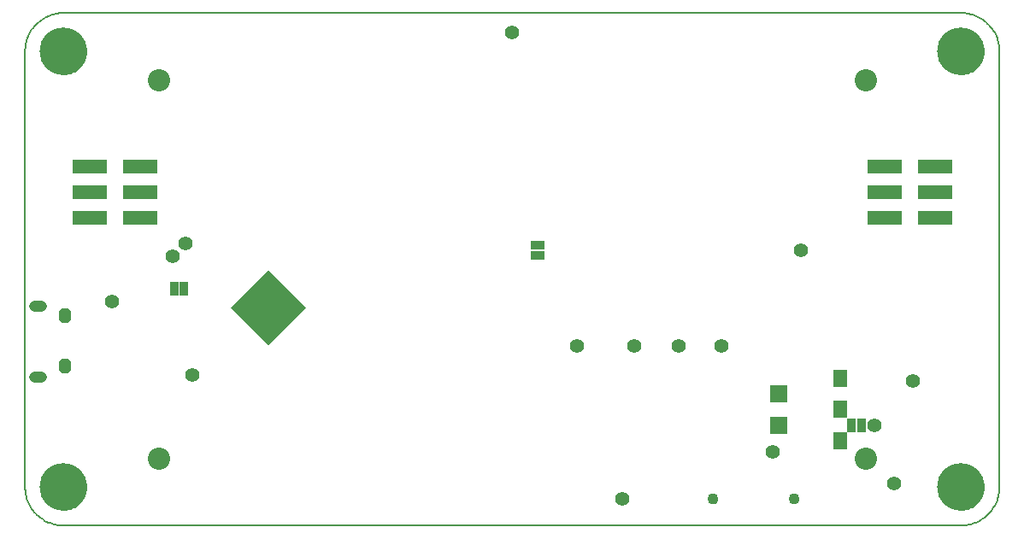
<source format=gbs>
G75*
%MOIN*%
%OFA0B0*%
%FSLAX24Y24*%
%IPPOS*%
%LPD*%
%AMOC8*
5,1,8,0,0,1.08239X$1,22.5*
%
%ADD10C,0.0050*%
%ADD11C,0.0000*%
%ADD12C,0.1852*%
%ADD13R,0.1340X0.0580*%
%ADD14C,0.0867*%
%ADD15C,0.0341*%
%ADD16C,0.0434*%
%ADD17C,0.0556*%
%ADD18R,0.0552X0.0671*%
%ADD19R,0.0671X0.0671*%
%ADD20R,0.0330X0.0580*%
%ADD21R,0.2080X0.2080*%
%ADD22C,0.0430*%
%ADD23R,0.0580X0.0330*%
D10*
X017760Y016393D02*
X052760Y016393D01*
X052836Y016395D01*
X052912Y016401D01*
X052987Y016410D01*
X053062Y016424D01*
X053136Y016441D01*
X053209Y016462D01*
X053281Y016486D01*
X053352Y016515D01*
X053421Y016546D01*
X053488Y016581D01*
X053553Y016620D01*
X053617Y016662D01*
X053678Y016707D01*
X053737Y016755D01*
X053793Y016806D01*
X053847Y016860D01*
X053898Y016916D01*
X053946Y016975D01*
X053991Y017036D01*
X054033Y017100D01*
X054072Y017165D01*
X054107Y017232D01*
X054138Y017301D01*
X054167Y017372D01*
X054191Y017444D01*
X054212Y017517D01*
X054229Y017591D01*
X054243Y017666D01*
X054252Y017741D01*
X054258Y017817D01*
X054260Y017893D01*
X054260Y034893D01*
X054258Y034969D01*
X054252Y035045D01*
X054243Y035120D01*
X054229Y035195D01*
X054212Y035269D01*
X054191Y035342D01*
X054167Y035414D01*
X054138Y035485D01*
X054107Y035554D01*
X054072Y035621D01*
X054033Y035686D01*
X053991Y035750D01*
X053946Y035811D01*
X053898Y035870D01*
X053847Y035926D01*
X053793Y035980D01*
X053737Y036031D01*
X053678Y036079D01*
X053617Y036124D01*
X053553Y036166D01*
X053488Y036205D01*
X053421Y036240D01*
X053352Y036271D01*
X053281Y036300D01*
X053209Y036324D01*
X053136Y036345D01*
X053062Y036362D01*
X052987Y036376D01*
X052912Y036385D01*
X052836Y036391D01*
X052760Y036393D01*
X017760Y036393D01*
X017684Y036391D01*
X017608Y036385D01*
X017533Y036376D01*
X017458Y036362D01*
X017384Y036345D01*
X017311Y036324D01*
X017239Y036300D01*
X017168Y036271D01*
X017099Y036240D01*
X017032Y036205D01*
X016967Y036166D01*
X016903Y036124D01*
X016842Y036079D01*
X016783Y036031D01*
X016727Y035980D01*
X016673Y035926D01*
X016622Y035870D01*
X016574Y035811D01*
X016529Y035750D01*
X016487Y035686D01*
X016448Y035621D01*
X016413Y035554D01*
X016382Y035485D01*
X016353Y035414D01*
X016329Y035342D01*
X016308Y035269D01*
X016291Y035195D01*
X016277Y035120D01*
X016268Y035045D01*
X016262Y034969D01*
X016260Y034893D01*
X016260Y017893D01*
X016262Y017817D01*
X016268Y017741D01*
X016277Y017666D01*
X016291Y017591D01*
X016308Y017517D01*
X016329Y017444D01*
X016353Y017372D01*
X016382Y017301D01*
X016413Y017232D01*
X016448Y017165D01*
X016487Y017100D01*
X016529Y017036D01*
X016574Y016975D01*
X016622Y016916D01*
X016673Y016860D01*
X016727Y016806D01*
X016783Y016755D01*
X016842Y016707D01*
X016903Y016662D01*
X016967Y016620D01*
X017032Y016581D01*
X017099Y016546D01*
X017168Y016515D01*
X017239Y016486D01*
X017311Y016462D01*
X017384Y016441D01*
X017458Y016424D01*
X017533Y016410D01*
X017608Y016401D01*
X017684Y016395D01*
X017760Y016393D01*
D11*
X016874Y017893D02*
X016876Y017952D01*
X016882Y018011D01*
X016892Y018069D01*
X016905Y018127D01*
X016923Y018184D01*
X016944Y018239D01*
X016969Y018293D01*
X016998Y018345D01*
X017030Y018394D01*
X017065Y018442D01*
X017103Y018487D01*
X017144Y018530D01*
X017188Y018570D01*
X017234Y018606D01*
X017283Y018640D01*
X017334Y018670D01*
X017387Y018697D01*
X017442Y018720D01*
X017497Y018739D01*
X017555Y018755D01*
X017613Y018767D01*
X017671Y018775D01*
X017730Y018779D01*
X017790Y018779D01*
X017849Y018775D01*
X017907Y018767D01*
X017965Y018755D01*
X018023Y018739D01*
X018078Y018720D01*
X018133Y018697D01*
X018186Y018670D01*
X018237Y018640D01*
X018286Y018606D01*
X018332Y018570D01*
X018376Y018530D01*
X018417Y018487D01*
X018455Y018442D01*
X018490Y018394D01*
X018522Y018345D01*
X018551Y018293D01*
X018576Y018239D01*
X018597Y018184D01*
X018615Y018127D01*
X018628Y018069D01*
X018638Y018011D01*
X018644Y017952D01*
X018646Y017893D01*
X018644Y017834D01*
X018638Y017775D01*
X018628Y017717D01*
X018615Y017659D01*
X018597Y017602D01*
X018576Y017547D01*
X018551Y017493D01*
X018522Y017441D01*
X018490Y017392D01*
X018455Y017344D01*
X018417Y017299D01*
X018376Y017256D01*
X018332Y017216D01*
X018286Y017180D01*
X018237Y017146D01*
X018186Y017116D01*
X018133Y017089D01*
X018078Y017066D01*
X018023Y017047D01*
X017965Y017031D01*
X017907Y017019D01*
X017849Y017011D01*
X017790Y017007D01*
X017730Y017007D01*
X017671Y017011D01*
X017613Y017019D01*
X017555Y017031D01*
X017497Y017047D01*
X017442Y017066D01*
X017387Y017089D01*
X017334Y017116D01*
X017283Y017146D01*
X017234Y017180D01*
X017188Y017216D01*
X017144Y017256D01*
X017103Y017299D01*
X017065Y017344D01*
X017030Y017392D01*
X016998Y017441D01*
X016969Y017493D01*
X016944Y017547D01*
X016923Y017602D01*
X016905Y017659D01*
X016892Y017717D01*
X016882Y017775D01*
X016876Y017834D01*
X016874Y017893D01*
X021086Y019011D02*
X021088Y019050D01*
X021094Y019089D01*
X021104Y019127D01*
X021117Y019164D01*
X021134Y019199D01*
X021154Y019233D01*
X021178Y019264D01*
X021205Y019293D01*
X021234Y019319D01*
X021266Y019342D01*
X021300Y019362D01*
X021336Y019378D01*
X021373Y019390D01*
X021412Y019399D01*
X021451Y019404D01*
X021490Y019405D01*
X021529Y019402D01*
X021568Y019395D01*
X021605Y019384D01*
X021642Y019370D01*
X021677Y019352D01*
X021710Y019331D01*
X021741Y019306D01*
X021769Y019279D01*
X021794Y019249D01*
X021816Y019216D01*
X021835Y019182D01*
X021850Y019146D01*
X021862Y019108D01*
X021870Y019070D01*
X021874Y019031D01*
X021874Y018991D01*
X021870Y018952D01*
X021862Y018914D01*
X021850Y018876D01*
X021835Y018840D01*
X021816Y018806D01*
X021794Y018773D01*
X021769Y018743D01*
X021741Y018716D01*
X021710Y018691D01*
X021677Y018670D01*
X021642Y018652D01*
X021605Y018638D01*
X021568Y018627D01*
X021529Y018620D01*
X021490Y018617D01*
X021451Y018618D01*
X021412Y018623D01*
X021373Y018632D01*
X021336Y018644D01*
X021300Y018660D01*
X021266Y018680D01*
X021234Y018703D01*
X021205Y018729D01*
X021178Y018758D01*
X021154Y018789D01*
X021134Y018823D01*
X021117Y018858D01*
X021104Y018895D01*
X021094Y018933D01*
X021088Y018972D01*
X021086Y019011D01*
X021086Y033775D02*
X021088Y033814D01*
X021094Y033853D01*
X021104Y033891D01*
X021117Y033928D01*
X021134Y033963D01*
X021154Y033997D01*
X021178Y034028D01*
X021205Y034057D01*
X021234Y034083D01*
X021266Y034106D01*
X021300Y034126D01*
X021336Y034142D01*
X021373Y034154D01*
X021412Y034163D01*
X021451Y034168D01*
X021490Y034169D01*
X021529Y034166D01*
X021568Y034159D01*
X021605Y034148D01*
X021642Y034134D01*
X021677Y034116D01*
X021710Y034095D01*
X021741Y034070D01*
X021769Y034043D01*
X021794Y034013D01*
X021816Y033980D01*
X021835Y033946D01*
X021850Y033910D01*
X021862Y033872D01*
X021870Y033834D01*
X021874Y033795D01*
X021874Y033755D01*
X021870Y033716D01*
X021862Y033678D01*
X021850Y033640D01*
X021835Y033604D01*
X021816Y033570D01*
X021794Y033537D01*
X021769Y033507D01*
X021741Y033480D01*
X021710Y033455D01*
X021677Y033434D01*
X021642Y033416D01*
X021605Y033402D01*
X021568Y033391D01*
X021529Y033384D01*
X021490Y033381D01*
X021451Y033382D01*
X021412Y033387D01*
X021373Y033396D01*
X021336Y033408D01*
X021300Y033424D01*
X021266Y033444D01*
X021234Y033467D01*
X021205Y033493D01*
X021178Y033522D01*
X021154Y033553D01*
X021134Y033587D01*
X021117Y033622D01*
X021104Y033659D01*
X021094Y033697D01*
X021088Y033736D01*
X021086Y033775D01*
X016874Y034893D02*
X016876Y034952D01*
X016882Y035011D01*
X016892Y035069D01*
X016905Y035127D01*
X016923Y035184D01*
X016944Y035239D01*
X016969Y035293D01*
X016998Y035345D01*
X017030Y035394D01*
X017065Y035442D01*
X017103Y035487D01*
X017144Y035530D01*
X017188Y035570D01*
X017234Y035606D01*
X017283Y035640D01*
X017334Y035670D01*
X017387Y035697D01*
X017442Y035720D01*
X017497Y035739D01*
X017555Y035755D01*
X017613Y035767D01*
X017671Y035775D01*
X017730Y035779D01*
X017790Y035779D01*
X017849Y035775D01*
X017907Y035767D01*
X017965Y035755D01*
X018023Y035739D01*
X018078Y035720D01*
X018133Y035697D01*
X018186Y035670D01*
X018237Y035640D01*
X018286Y035606D01*
X018332Y035570D01*
X018376Y035530D01*
X018417Y035487D01*
X018455Y035442D01*
X018490Y035394D01*
X018522Y035345D01*
X018551Y035293D01*
X018576Y035239D01*
X018597Y035184D01*
X018615Y035127D01*
X018628Y035069D01*
X018638Y035011D01*
X018644Y034952D01*
X018646Y034893D01*
X018644Y034834D01*
X018638Y034775D01*
X018628Y034717D01*
X018615Y034659D01*
X018597Y034602D01*
X018576Y034547D01*
X018551Y034493D01*
X018522Y034441D01*
X018490Y034392D01*
X018455Y034344D01*
X018417Y034299D01*
X018376Y034256D01*
X018332Y034216D01*
X018286Y034180D01*
X018237Y034146D01*
X018186Y034116D01*
X018133Y034089D01*
X018078Y034066D01*
X018023Y034047D01*
X017965Y034031D01*
X017907Y034019D01*
X017849Y034011D01*
X017790Y034007D01*
X017730Y034007D01*
X017671Y034011D01*
X017613Y034019D01*
X017555Y034031D01*
X017497Y034047D01*
X017442Y034066D01*
X017387Y034089D01*
X017334Y034116D01*
X017283Y034146D01*
X017234Y034180D01*
X017188Y034216D01*
X017144Y034256D01*
X017103Y034299D01*
X017065Y034344D01*
X017030Y034392D01*
X016998Y034441D01*
X016969Y034493D01*
X016944Y034547D01*
X016923Y034602D01*
X016905Y034659D01*
X016892Y034717D01*
X016882Y034775D01*
X016876Y034834D01*
X016874Y034893D01*
X042911Y017435D02*
X042913Y017461D01*
X042919Y017487D01*
X042928Y017511D01*
X042941Y017534D01*
X042958Y017554D01*
X042977Y017572D01*
X042999Y017587D01*
X043022Y017598D01*
X043047Y017606D01*
X043073Y017610D01*
X043099Y017610D01*
X043125Y017606D01*
X043150Y017598D01*
X043174Y017587D01*
X043195Y017572D01*
X043214Y017554D01*
X043231Y017534D01*
X043244Y017511D01*
X043253Y017487D01*
X043259Y017461D01*
X043261Y017435D01*
X043259Y017409D01*
X043253Y017383D01*
X043244Y017359D01*
X043231Y017336D01*
X043214Y017316D01*
X043195Y017298D01*
X043173Y017283D01*
X043150Y017272D01*
X043125Y017264D01*
X043099Y017260D01*
X043073Y017260D01*
X043047Y017264D01*
X043022Y017272D01*
X042998Y017283D01*
X042977Y017298D01*
X042958Y017316D01*
X042941Y017336D01*
X042928Y017359D01*
X042919Y017383D01*
X042913Y017409D01*
X042911Y017435D01*
X046060Y017435D02*
X046062Y017461D01*
X046068Y017487D01*
X046077Y017511D01*
X046090Y017534D01*
X046107Y017554D01*
X046126Y017572D01*
X046148Y017587D01*
X046171Y017598D01*
X046196Y017606D01*
X046222Y017610D01*
X046248Y017610D01*
X046274Y017606D01*
X046299Y017598D01*
X046323Y017587D01*
X046344Y017572D01*
X046363Y017554D01*
X046380Y017534D01*
X046393Y017511D01*
X046402Y017487D01*
X046408Y017461D01*
X046410Y017435D01*
X046408Y017409D01*
X046402Y017383D01*
X046393Y017359D01*
X046380Y017336D01*
X046363Y017316D01*
X046344Y017298D01*
X046322Y017283D01*
X046299Y017272D01*
X046274Y017264D01*
X046248Y017260D01*
X046222Y017260D01*
X046196Y017264D01*
X046171Y017272D01*
X046147Y017283D01*
X046126Y017298D01*
X046107Y017316D01*
X046090Y017336D01*
X046077Y017359D01*
X046068Y017383D01*
X046062Y017409D01*
X046060Y017435D01*
X048645Y019011D02*
X048647Y019050D01*
X048653Y019089D01*
X048663Y019127D01*
X048676Y019164D01*
X048693Y019199D01*
X048713Y019233D01*
X048737Y019264D01*
X048764Y019293D01*
X048793Y019319D01*
X048825Y019342D01*
X048859Y019362D01*
X048895Y019378D01*
X048932Y019390D01*
X048971Y019399D01*
X049010Y019404D01*
X049049Y019405D01*
X049088Y019402D01*
X049127Y019395D01*
X049164Y019384D01*
X049201Y019370D01*
X049236Y019352D01*
X049269Y019331D01*
X049300Y019306D01*
X049328Y019279D01*
X049353Y019249D01*
X049375Y019216D01*
X049394Y019182D01*
X049409Y019146D01*
X049421Y019108D01*
X049429Y019070D01*
X049433Y019031D01*
X049433Y018991D01*
X049429Y018952D01*
X049421Y018914D01*
X049409Y018876D01*
X049394Y018840D01*
X049375Y018806D01*
X049353Y018773D01*
X049328Y018743D01*
X049300Y018716D01*
X049269Y018691D01*
X049236Y018670D01*
X049201Y018652D01*
X049164Y018638D01*
X049127Y018627D01*
X049088Y018620D01*
X049049Y018617D01*
X049010Y018618D01*
X048971Y018623D01*
X048932Y018632D01*
X048895Y018644D01*
X048859Y018660D01*
X048825Y018680D01*
X048793Y018703D01*
X048764Y018729D01*
X048737Y018758D01*
X048713Y018789D01*
X048693Y018823D01*
X048676Y018858D01*
X048663Y018895D01*
X048653Y018933D01*
X048647Y018972D01*
X048645Y019011D01*
X051874Y017893D02*
X051876Y017952D01*
X051882Y018011D01*
X051892Y018069D01*
X051905Y018127D01*
X051923Y018184D01*
X051944Y018239D01*
X051969Y018293D01*
X051998Y018345D01*
X052030Y018394D01*
X052065Y018442D01*
X052103Y018487D01*
X052144Y018530D01*
X052188Y018570D01*
X052234Y018606D01*
X052283Y018640D01*
X052334Y018670D01*
X052387Y018697D01*
X052442Y018720D01*
X052497Y018739D01*
X052555Y018755D01*
X052613Y018767D01*
X052671Y018775D01*
X052730Y018779D01*
X052790Y018779D01*
X052849Y018775D01*
X052907Y018767D01*
X052965Y018755D01*
X053023Y018739D01*
X053078Y018720D01*
X053133Y018697D01*
X053186Y018670D01*
X053237Y018640D01*
X053286Y018606D01*
X053332Y018570D01*
X053376Y018530D01*
X053417Y018487D01*
X053455Y018442D01*
X053490Y018394D01*
X053522Y018345D01*
X053551Y018293D01*
X053576Y018239D01*
X053597Y018184D01*
X053615Y018127D01*
X053628Y018069D01*
X053638Y018011D01*
X053644Y017952D01*
X053646Y017893D01*
X053644Y017834D01*
X053638Y017775D01*
X053628Y017717D01*
X053615Y017659D01*
X053597Y017602D01*
X053576Y017547D01*
X053551Y017493D01*
X053522Y017441D01*
X053490Y017392D01*
X053455Y017344D01*
X053417Y017299D01*
X053376Y017256D01*
X053332Y017216D01*
X053286Y017180D01*
X053237Y017146D01*
X053186Y017116D01*
X053133Y017089D01*
X053078Y017066D01*
X053023Y017047D01*
X052965Y017031D01*
X052907Y017019D01*
X052849Y017011D01*
X052790Y017007D01*
X052730Y017007D01*
X052671Y017011D01*
X052613Y017019D01*
X052555Y017031D01*
X052497Y017047D01*
X052442Y017066D01*
X052387Y017089D01*
X052334Y017116D01*
X052283Y017146D01*
X052234Y017180D01*
X052188Y017216D01*
X052144Y017256D01*
X052103Y017299D01*
X052065Y017344D01*
X052030Y017392D01*
X051998Y017441D01*
X051969Y017493D01*
X051944Y017547D01*
X051923Y017602D01*
X051905Y017659D01*
X051892Y017717D01*
X051882Y017775D01*
X051876Y017834D01*
X051874Y017893D01*
X048645Y033775D02*
X048647Y033814D01*
X048653Y033853D01*
X048663Y033891D01*
X048676Y033928D01*
X048693Y033963D01*
X048713Y033997D01*
X048737Y034028D01*
X048764Y034057D01*
X048793Y034083D01*
X048825Y034106D01*
X048859Y034126D01*
X048895Y034142D01*
X048932Y034154D01*
X048971Y034163D01*
X049010Y034168D01*
X049049Y034169D01*
X049088Y034166D01*
X049127Y034159D01*
X049164Y034148D01*
X049201Y034134D01*
X049236Y034116D01*
X049269Y034095D01*
X049300Y034070D01*
X049328Y034043D01*
X049353Y034013D01*
X049375Y033980D01*
X049394Y033946D01*
X049409Y033910D01*
X049421Y033872D01*
X049429Y033834D01*
X049433Y033795D01*
X049433Y033755D01*
X049429Y033716D01*
X049421Y033678D01*
X049409Y033640D01*
X049394Y033604D01*
X049375Y033570D01*
X049353Y033537D01*
X049328Y033507D01*
X049300Y033480D01*
X049269Y033455D01*
X049236Y033434D01*
X049201Y033416D01*
X049164Y033402D01*
X049127Y033391D01*
X049088Y033384D01*
X049049Y033381D01*
X049010Y033382D01*
X048971Y033387D01*
X048932Y033396D01*
X048895Y033408D01*
X048859Y033424D01*
X048825Y033444D01*
X048793Y033467D01*
X048764Y033493D01*
X048737Y033522D01*
X048713Y033553D01*
X048693Y033587D01*
X048676Y033622D01*
X048663Y033659D01*
X048653Y033697D01*
X048647Y033736D01*
X048645Y033775D01*
X051874Y034893D02*
X051876Y034952D01*
X051882Y035011D01*
X051892Y035069D01*
X051905Y035127D01*
X051923Y035184D01*
X051944Y035239D01*
X051969Y035293D01*
X051998Y035345D01*
X052030Y035394D01*
X052065Y035442D01*
X052103Y035487D01*
X052144Y035530D01*
X052188Y035570D01*
X052234Y035606D01*
X052283Y035640D01*
X052334Y035670D01*
X052387Y035697D01*
X052442Y035720D01*
X052497Y035739D01*
X052555Y035755D01*
X052613Y035767D01*
X052671Y035775D01*
X052730Y035779D01*
X052790Y035779D01*
X052849Y035775D01*
X052907Y035767D01*
X052965Y035755D01*
X053023Y035739D01*
X053078Y035720D01*
X053133Y035697D01*
X053186Y035670D01*
X053237Y035640D01*
X053286Y035606D01*
X053332Y035570D01*
X053376Y035530D01*
X053417Y035487D01*
X053455Y035442D01*
X053490Y035394D01*
X053522Y035345D01*
X053551Y035293D01*
X053576Y035239D01*
X053597Y035184D01*
X053615Y035127D01*
X053628Y035069D01*
X053638Y035011D01*
X053644Y034952D01*
X053646Y034893D01*
X053644Y034834D01*
X053638Y034775D01*
X053628Y034717D01*
X053615Y034659D01*
X053597Y034602D01*
X053576Y034547D01*
X053551Y034493D01*
X053522Y034441D01*
X053490Y034392D01*
X053455Y034344D01*
X053417Y034299D01*
X053376Y034256D01*
X053332Y034216D01*
X053286Y034180D01*
X053237Y034146D01*
X053186Y034116D01*
X053133Y034089D01*
X053078Y034066D01*
X053023Y034047D01*
X052965Y034031D01*
X052907Y034019D01*
X052849Y034011D01*
X052790Y034007D01*
X052730Y034007D01*
X052671Y034011D01*
X052613Y034019D01*
X052555Y034031D01*
X052497Y034047D01*
X052442Y034066D01*
X052387Y034089D01*
X052334Y034116D01*
X052283Y034146D01*
X052234Y034180D01*
X052188Y034216D01*
X052144Y034256D01*
X052103Y034299D01*
X052065Y034344D01*
X052030Y034392D01*
X051998Y034441D01*
X051969Y034493D01*
X051944Y034547D01*
X051923Y034602D01*
X051905Y034659D01*
X051892Y034717D01*
X051882Y034775D01*
X051876Y034834D01*
X051874Y034893D01*
D12*
X052760Y034893D03*
X052760Y017893D03*
X017760Y017893D03*
X017760Y034893D03*
D13*
X018767Y030393D03*
X018767Y029393D03*
X018767Y028393D03*
X020752Y028393D03*
X020752Y029393D03*
X020752Y030393D03*
X049767Y030393D03*
X049767Y029393D03*
X049767Y028393D03*
X051752Y028393D03*
X051752Y029393D03*
X051752Y030393D03*
D14*
X049039Y033775D03*
X049039Y019011D03*
X021480Y019011D03*
X021480Y033775D03*
D15*
X017766Y024694D02*
X017766Y024462D01*
X017766Y024694D02*
X017880Y024694D01*
X017880Y024462D01*
X017766Y024462D01*
X017766Y022725D02*
X017766Y022493D01*
X017766Y022725D02*
X017880Y022725D01*
X017880Y022493D01*
X017766Y022493D01*
D16*
X016888Y022215D02*
X016632Y022215D01*
X016632Y024971D02*
X016888Y024971D01*
D17*
X019646Y025143D03*
X022032Y026893D03*
X022510Y027393D03*
X022782Y022268D03*
X037785Y023393D03*
X040010Y023393D03*
X041760Y023393D03*
X043416Y023393D03*
X045409Y019268D03*
X049385Y020309D03*
X050884Y022043D03*
X050135Y018018D03*
X039535Y017418D03*
X046510Y027143D03*
X035260Y035643D03*
D18*
X048039Y022141D03*
X048039Y020921D03*
X048039Y019700D03*
D19*
X045637Y020311D03*
X045637Y021531D03*
D20*
X048497Y020309D03*
X048897Y020309D03*
X022437Y025643D03*
X022082Y025643D03*
D21*
G36*
X027230Y024893D02*
X025760Y023423D01*
X024290Y024893D01*
X025760Y026363D01*
X027230Y024893D01*
G37*
D22*
X043086Y017435D03*
X046235Y017435D03*
D23*
X036260Y026943D03*
X036260Y027343D03*
M02*

</source>
